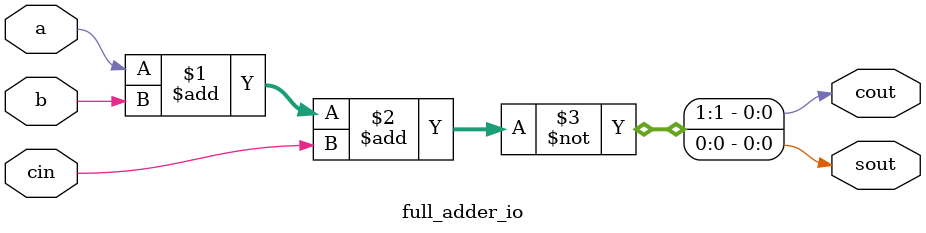
<source format=v>
module mult_module
(
    input  wire [7:0]     operand_a,
    input  wire [7:0]     operand_b,
    output wire [15:0]    result_a,
    output wire [15:0]    result_b,
    output wire [16:0]    result_final

);

    wire                  p_0_0;
    wire                  p_0_1;
    wire                  p_0_2;
    wire                  p_0_3;
    wire                  p_0_4;
    wire                  p_0_5;
    wire                  p_0_6;
    wire                  p_0_7;
    wire                  p_1_0;
    wire                  p_1_1;
    wire                  p_1_2;
    wire                  p_1_3;
    wire                  p_1_4;
    wire                  p_1_5;
    wire                  p_1_6;
    wire                  p_1_7;
    wire                  p_2_0;
    wire                  p_2_1;
    wire                  p_2_2;
    wire                  p_2_3;
    wire                  p_2_4;
    wire                  p_2_5;
    wire                  p_2_6;
    wire                  p_2_7;
    wire                  p_3_0;
    wire                  p_3_1;
    wire                  p_3_2;
    wire                  p_3_3;
    wire                  p_3_4;
    wire                  p_3_5;
    wire                  p_3_6;
    wire                  p_3_7;
    wire                  p_4_0;
    wire                  p_4_1;
    wire                  p_4_2;
    wire                  p_4_3;
    wire                  p_4_4;
    wire                  p_4_5;
    wire                  p_4_6;
    wire                  p_4_7;
    wire                  p_5_0;
    wire                  p_5_1;
    wire                  p_5_2;
    wire                  p_5_3;
    wire                  p_5_4;
    wire                  p_5_5;
    wire                  p_5_6;
    wire                  p_5_7;
    wire                  p_6_0;
    wire                  p_6_1;
    wire                  p_6_2;
    wire                  p_6_3;
    wire                  p_6_4;
    wire                  p_6_5;
    wire                  p_6_6;
    wire                  p_6_7;
    wire                  p_7_0;
    wire                  p_7_1;
    wire                  p_7_2;
    wire                  p_7_3;
    wire                  p_7_4;
    wire                  p_7_5;
    wire                  p_7_6;
    wire                  p_7_7;
    wire                  fadder_io_st0_col6_0_sout;
    wire                  fadder_io_st0_col6_0_carry;
    wire                  fadder_io_st0_col7_0_sout;
    wire                  fadder_io_st0_col7_0_carry;
    wire                  fadder_io_st0_col7_1_sout;
    wire                  fadder_io_st0_col7_1_carry;
    wire                  fadder_io_st0_col8_0_sout;
    wire                  fadder_io_st0_col8_0_carry;
    wire                  fadder_io_st0_col8_1_sout;
    wire                  fadder_io_st0_col8_1_carry;
    wire                  fadder_io_st0_col9_0_sout;
    wire                  fadder_io_st0_col9_0_carry;
    wire                  fadder_io_st1_col4_0_sout;
    wire                  fadder_io_st1_col4_0_carry;
    wire                  fadder_io_st1_col5_0_sout;
    wire                  fadder_io_st1_col5_0_carry;
    wire                  fadder_io_st1_col5_1_sout;
    wire                  fadder_io_st1_col5_1_carry;
    wire                  fadder_io_st1_col6_0_sout;
    wire                  fadder_io_st1_col6_0_carry;
    wire                  fadder_io_st0_col6_0_sout_inv;
    wire                  fadder_io_st1_col6_1_sout;
    wire                  fadder_io_st1_col6_1_carry;
    wire                  fadder_io_st1_col7_0_sout;
    wire                  fadder_io_st1_col7_0_carry;
    wire                  fadder_st1_col7_0_sout;
    wire                  fadder_st1_col7_0_carry;
    wire                  fadder_io_st0_col7_0_carry_inv;
    wire                  fadder_io_st1_col8_0_sout;
    wire                  fadder_io_st1_col8_0_carry;
    wire                  fadder_st1_col8_0_sout;
    wire                  fadder_st1_col8_0_carry;
    wire                  fadder_io_st1_col9_0_sout;
    wire                  fadder_io_st1_col9_0_carry;
    wire                  fadder_st1_col9_0_sout;
    wire                  fadder_st1_col9_0_carry;
    wire                  fadder_io_st1_col10_0_sout;
    wire                  fadder_io_st1_col10_0_carry;
    wire                  fadder_io_st0_col9_0_carry_inv;
    wire                  fadder_io_st1_col10_1_sout;
    wire                  fadder_io_st1_col10_1_carry;
    wire                  fadder_io_st1_col11_0_sout;
    wire                  fadder_io_st1_col11_0_carry;
    wire                  fadder_st2_col3_0_sout;
    wire                  fadder_st2_col3_0_carry;
    wire                  fadder_st2_col4_0_sout;
    wire                  fadder_st2_col4_0_carry;
    wire                  p_5_0_inv;
    wire                  fadder_io_st2_col5_0_sout;
    wire                  fadder_io_st2_col5_0_carry;
    wire                  fadder_io_st2_col6_0_sout;
    wire                  fadder_io_st2_col6_0_carry;
    wire                  fadder_io_st2_col7_0_sout;
    wire                  fadder_io_st2_col7_0_carry;
    wire                  fadder_io_st2_col8_0_sout;
    wire                  fadder_io_st2_col8_0_carry;
    wire                  fadder_io_st2_col9_0_sout;
    wire                  fadder_io_st2_col9_0_carry;
    wire                  fadder_io_st2_col10_0_sout;
    wire                  fadder_io_st2_col10_0_carry;
    wire                  p_7_4_inv;
    wire                  fadder_io_st2_col11_0_sout;
    wire                  fadder_io_st2_col11_0_carry;
    wire                  fadder_st2_col12_0_sout;
    wire                  fadder_st2_col12_0_carry;
    wire                  fadder_io_st3_col2_0_sout;
    wire                  fadder_io_st3_col2_0_carry;
    wire                  fadder_io_st3_col3_0_sout;
    wire                  fadder_io_st3_col3_0_carry;
    wire                  fadder_io_st1_col4_0_sout_inv;
    wire                  fadder_io_st3_col4_0_sout;
    wire                  fadder_io_st3_col4_0_carry;
    wire                  fadder_io_st1_col5_1_sout_inv;
    wire                  fadder_io_st3_col5_0_sout;
    wire                  fadder_io_st3_col5_0_carry;
    wire                  fadder_io_st1_col6_1_sout_inv;
    wire                  fadder_io_st3_col6_0_sout;
    wire                  fadder_io_st3_col6_0_carry;
    wire                  fadder_io_st1_col6_1_carry_inv;
    wire                  fadder_io_st3_col7_0_sout;
    wire                  fadder_io_st3_col7_0_carry;
    wire                  fadder_io_st1_col8_0_sout_inv;
    wire                  fadder_io_st3_col8_0_sout;
    wire                  fadder_io_st3_col8_0_carry;
    wire                  fadder_io_st1_col8_0_carry_inv;
    wire                  fadder_io_st3_col9_0_sout;
    wire                  fadder_io_st3_col9_0_carry;
    wire                  fadder_io_st1_col10_1_sout_inv;
    wire                  fadder_io_st3_col10_0_sout;
    wire                  fadder_io_st3_col10_0_carry;
    wire                  fadder_io_st1_col10_1_carry_inv;
    wire                  fadder_io_st3_col11_0_sout;
    wire                  fadder_io_st3_col11_0_carry;
    wire                  fadder_io_st1_col11_0_carry_inv;
    wire                  fadder_io_st3_col12_0_sout;
    wire                  fadder_io_st3_col12_0_carry;
    wire                  fadder_io_st3_col13_0_sout;
    wire                  fadder_io_st3_col13_0_carry;

    assign fadder_io_st0_col6_0_sout_inv = ~fadder_io_st0_col6_0_sout;
    assign fadder_io_st0_col7_0_carry_inv = ~fadder_io_st0_col7_0_carry;
    assign fadder_io_st0_col9_0_carry_inv = ~fadder_io_st0_col9_0_carry;
    assign p_5_0_inv = ~p_5_0;
    assign p_7_4_inv = ~p_7_4;
    assign fadder_io_st1_col4_0_sout_inv = ~fadder_io_st1_col4_0_sout;
    assign fadder_io_st1_col5_1_sout_inv = ~fadder_io_st1_col5_1_sout;
    assign fadder_io_st1_col6_1_sout_inv = ~fadder_io_st1_col6_1_sout;
    assign fadder_io_st1_col6_1_carry_inv = ~fadder_io_st1_col6_1_carry;
    assign fadder_io_st1_col8_0_sout_inv = ~fadder_io_st1_col8_0_sout;
    assign fadder_io_st1_col8_0_carry_inv = ~fadder_io_st1_col8_0_carry;
    assign fadder_io_st1_col10_1_sout_inv = ~fadder_io_st1_col10_1_sout;
    assign fadder_io_st1_col10_1_carry_inv = ~fadder_io_st1_col10_1_carry;
    assign fadder_io_st1_col11_0_carry_inv = ~fadder_io_st1_col11_0_carry;
    assign p_0_0 = ~(operand_a[0] & operand_b[0]);
    assign p_0_1 = ~(operand_a[0] & operand_b[1]);
    assign p_0_2 = ~(operand_a[0] & operand_b[2]);
    assign p_0_3 = ~(operand_a[0] & operand_b[3]);
    assign p_0_4 = ~(operand_a[0] & operand_b[4]);
    assign p_0_5 = ~(operand_a[0] & operand_b[5]);
    assign p_0_6 = ~(operand_a[0] & operand_b[6]);
    assign p_0_7 = ~operand_a[0];
    assign p_1_0 = ~(operand_a[1] & operand_b[0]);
    assign p_1_1 = ~(operand_a[1] & operand_b[1]);
    assign p_1_2 = ~(operand_a[1] & operand_b[2]);
    assign p_1_3 = ~(operand_a[1] & operand_b[3]);
    assign p_1_4 = ~(operand_a[1] & operand_b[4]);
    assign p_1_5 = ~(operand_a[1] & operand_b[5]);
    assign p_1_6 = ~(operand_a[1] & operand_b[6]);
    assign p_1_7 = ~operand_a[1];
    assign p_2_0 = ~(operand_a[2] & operand_b[0]);
    assign p_2_1 = ~(operand_a[2] & operand_b[1]);
    assign p_2_2 = ~(operand_a[2] & operand_b[2]);
    assign p_2_3 = ~(operand_a[2] & operand_b[3]);
    assign p_2_4 = ~(operand_a[2] & operand_b[4]);
    assign p_2_5 = ~(operand_a[2] & operand_b[5]);
    assign p_2_6 = ~(operand_a[2] & operand_b[6]);
    assign p_2_7 = ~operand_a[2];
    assign p_3_0 = ~(operand_a[3] & operand_b[0]);
    assign p_3_1 = ~(operand_a[3] & operand_b[1]);
    assign p_3_2 = ~(operand_a[3] & operand_b[2]);
    assign p_3_3 = ~(operand_a[3] & operand_b[3]);
    assign p_3_4 = ~(operand_a[3] & operand_b[4]);
    assign p_3_5 = ~(operand_a[3] & operand_b[5]);
    assign p_3_6 = ~(operand_a[3] & operand_b[6]);
    assign p_3_7 = ~operand_a[3];
    assign p_4_0 = ~(operand_a[4] & operand_b[0]);
    assign p_4_1 = ~(operand_a[4] & operand_b[1]);
    assign p_4_2 = ~(operand_a[4] & operand_b[2]);
    assign p_4_3 = ~(operand_a[4] & operand_b[3]);
    assign p_4_4 = ~(operand_a[4] & operand_b[4]);
    assign p_4_5 = ~(operand_a[4] & operand_b[5]);
    assign p_4_6 = ~(operand_a[4] & operand_b[6]);
    assign p_4_7 = ~operand_a[4];
    assign p_5_0 = ~(operand_a[5] & operand_b[0]);
    assign p_5_1 = ~(operand_a[5] & operand_b[1]);
    assign p_5_2 = ~(operand_a[5] & operand_b[2]);
    assign p_5_3 = ~(operand_a[5] & operand_b[3]);
    assign p_5_4 = ~(operand_a[5] & operand_b[4]);
    assign p_5_5 = ~(operand_a[5] & operand_b[5]);
    assign p_5_6 = ~(operand_a[5] & operand_b[6]);
    assign p_5_7 = ~operand_a[5];
    assign p_6_0 = ~(operand_a[6] & operand_b[0]);
    assign p_6_1 = ~(operand_a[6] & operand_b[1]);
    assign p_6_2 = ~(operand_a[6] & operand_b[2]);
    assign p_6_3 = ~(operand_a[6] & operand_b[3]);
    assign p_6_4 = ~(operand_a[6] & operand_b[4]);
    assign p_6_5 = ~(operand_a[6] & operand_b[5]);
    assign p_6_6 = ~(operand_a[6] & operand_b[6]);
    assign p_6_7 = ~operand_a[6];
    assign p_7_0 = ~operand_b[0];
    assign p_7_1 = ~operand_b[1];
    assign p_7_2 = ~operand_b[2];
    assign p_7_3 = ~operand_b[3];
    assign p_7_4 = ~operand_b[4];
    assign p_7_5 = ~operand_b[5];
    assign p_7_6 = ~operand_b[6];
    assign p_7_7 = ~1'b1;

    full_adder fadder_st1_col7_0(.a(fadder_io_st0_col6_0_carry), .b(fadder_io_st0_col7_0_sout), .cin(fadder_io_st0_col7_1_sout), .sout(fadder_st1_col7_0_sout), .cout(fadder_st1_col7_0_carry));
    full_adder fadder_st1_col8_0(.a(fadder_io_st0_col7_1_carry), .b(fadder_io_st0_col8_0_sout), .cin(fadder_io_st0_col8_1_sout), .sout(fadder_st1_col8_0_sout), .cout(fadder_st1_col8_0_carry));
    full_adder fadder_st1_col9_0(.a(fadder_io_st0_col8_0_carry), .b(fadder_io_st0_col8_1_carry), .cin(fadder_io_st0_col9_0_sout), .sout(fadder_st1_col9_0_sout), .cout(fadder_st1_col9_0_carry));
    full_adder fadder_st2_col3_0(.a(p_0_3), .b(p_1_2), .cin(1'b1), .sout(fadder_st2_col3_0_sout), .cout(fadder_st2_col3_0_carry));
    full_adder fadder_st2_col4_0(.a(p_2_2), .b(p_3_1), .cin(p_4_0), .sout(fadder_st2_col4_0_sout), .cout(fadder_st2_col4_0_carry));
    full_adder fadder_st2_col12_0(.a(p_5_7), .b(p_6_6), .cin(p_7_5), .sout(fadder_st2_col12_0_sout), .cout(fadder_st2_col12_0_carry));
    full_adder_io fadder_io_st0_col6_0(.a(p_0_6), .b(p_1_5), .cin(1'b1), .sout(fadder_io_st0_col6_0_sout), .cout(fadder_io_st0_col6_0_carry));
    full_adder_io fadder_io_st0_col7_0(.a(p_0_7), .b(p_1_6), .cin(p_2_5), .sout(fadder_io_st0_col7_0_sout), .cout(fadder_io_st0_col7_0_carry));
    full_adder_io fadder_io_st0_col7_1(.a(p_3_4), .b(p_4_3), .cin(1'b1), .sout(fadder_io_st0_col7_1_sout), .cout(fadder_io_st0_col7_1_carry));
    full_adder_io fadder_io_st0_col8_0(.a(p_1_7), .b(p_2_6), .cin(p_3_5), .sout(fadder_io_st0_col8_0_sout), .cout(fadder_io_st0_col8_0_carry));
    full_adder_io fadder_io_st0_col8_1(.a(p_4_4), .b(p_5_3), .cin(1'b1), .sout(fadder_io_st0_col8_1_sout), .cout(fadder_io_st0_col8_1_carry));
    full_adder_io fadder_io_st0_col9_0(.a(p_2_7), .b(p_3_6), .cin(p_4_5), .sout(fadder_io_st0_col9_0_sout), .cout(fadder_io_st0_col9_0_carry));
    full_adder_io fadder_io_st1_col4_0(.a(p_0_4), .b(p_1_3), .cin(1'b1), .sout(fadder_io_st1_col4_0_sout), .cout(fadder_io_st1_col4_0_carry));
    full_adder_io fadder_io_st1_col5_0(.a(p_0_5), .b(p_1_4), .cin(p_2_3), .sout(fadder_io_st1_col5_0_sout), .cout(fadder_io_st1_col5_0_carry));
    full_adder_io fadder_io_st1_col5_1(.a(p_3_2), .b(p_4_1), .cin(1'b1), .sout(fadder_io_st1_col5_1_sout), .cout(fadder_io_st1_col5_1_carry));
    full_adder_io fadder_io_st1_col6_0(.a(p_2_4), .b(p_3_3), .cin(p_4_2), .sout(fadder_io_st1_col6_0_sout), .cout(fadder_io_st1_col6_0_carry));
    full_adder_io fadder_io_st1_col6_1(.a(p_5_1), .b(p_6_0), .cin(fadder_io_st0_col6_0_sout_inv), .sout(fadder_io_st1_col6_1_sout), .cout(fadder_io_st1_col6_1_carry));
    full_adder_io fadder_io_st1_col7_0(.a(p_5_2), .b(p_6_1), .cin(p_7_0), .sout(fadder_io_st1_col7_0_sout), .cout(fadder_io_st1_col7_0_carry));
    full_adder_io fadder_io_st1_col8_0(.a(p_6_2), .b(p_7_1), .cin(fadder_io_st0_col7_0_carry_inv), .sout(fadder_io_st1_col8_0_sout), .cout(fadder_io_st1_col8_0_carry));
    full_adder_io fadder_io_st1_col9_0(.a(p_5_4), .b(p_6_3), .cin(p_7_2), .sout(fadder_io_st1_col9_0_sout), .cout(fadder_io_st1_col9_0_carry));
    full_adder_io fadder_io_st1_col10_0(.a(p_3_7), .b(p_4_6), .cin(p_5_5), .sout(fadder_io_st1_col10_0_sout), .cout(fadder_io_st1_col10_0_carry));
    full_adder_io fadder_io_st1_col10_1(.a(p_6_4), .b(p_7_3), .cin(fadder_io_st0_col9_0_carry_inv), .sout(fadder_io_st1_col10_1_sout), .cout(fadder_io_st1_col10_1_carry));
    full_adder_io fadder_io_st1_col11_0(.a(p_4_7), .b(p_5_6), .cin(p_6_5), .sout(fadder_io_st1_col11_0_sout), .cout(fadder_io_st1_col11_0_carry));
    full_adder_io fadder_io_st2_col5_0(.a(p_5_0_inv), .b(fadder_io_st1_col4_0_carry), .cin(fadder_io_st1_col5_0_sout), .sout(fadder_io_st2_col5_0_sout), .cout(fadder_io_st2_col5_0_carry));
    full_adder_io fadder_io_st2_col6_0(.a(fadder_io_st1_col5_0_carry), .b(fadder_io_st1_col5_1_carry), .cin(fadder_io_st1_col6_0_sout), .sout(fadder_io_st2_col6_0_sout), .cout(fadder_io_st2_col6_0_carry));
    full_adder_io fadder_io_st2_col7_0(.a(fadder_io_st1_col6_0_carry), .b(fadder_io_st1_col7_0_sout), .cin(fadder_st1_col7_0_sout), .sout(fadder_io_st2_col7_0_sout), .cout(fadder_io_st2_col7_0_carry));
    full_adder_io fadder_io_st2_col8_0(.a(fadder_io_st1_col7_0_carry), .b(fadder_st1_col7_0_carry), .cin(fadder_st1_col8_0_sout), .sout(fadder_io_st2_col8_0_sout), .cout(fadder_io_st2_col8_0_carry));
    full_adder_io fadder_io_st2_col9_0(.a(fadder_io_st1_col9_0_sout), .b(fadder_st1_col8_0_carry), .cin(fadder_st1_col9_0_sout), .sout(fadder_io_st2_col9_0_sout), .cout(fadder_io_st2_col9_0_carry));
    full_adder_io fadder_io_st2_col10_0(.a(fadder_io_st1_col9_0_carry), .b(fadder_io_st1_col10_0_sout), .cin(fadder_st1_col9_0_carry), .sout(fadder_io_st2_col10_0_sout), .cout(fadder_io_st2_col10_0_carry));
    full_adder_io fadder_io_st2_col11_0(.a(p_7_4_inv), .b(fadder_io_st1_col10_0_carry), .cin(fadder_io_st1_col11_0_sout), .sout(fadder_io_st2_col11_0_sout), .cout(fadder_io_st2_col11_0_carry));
    full_adder_io fadder_io_st3_col2_0(.a(p_0_2), .b(p_1_1), .cin(1'b1), .sout(fadder_io_st3_col2_0_sout), .cout(fadder_io_st3_col2_0_carry));
    full_adder_io fadder_io_st3_col3_0(.a(p_2_1), .b(p_3_0), .cin(fadder_st2_col3_0_sout), .sout(fadder_io_st3_col3_0_sout), .cout(fadder_io_st3_col3_0_carry));
    full_adder_io fadder_io_st3_col4_0(.a(fadder_st2_col3_0_carry), .b(fadder_st2_col4_0_sout), .cin(fadder_io_st1_col4_0_sout_inv), .sout(fadder_io_st3_col4_0_sout), .cout(fadder_io_st3_col4_0_carry));
    full_adder_io fadder_io_st3_col5_0(.a(fadder_st2_col4_0_carry), .b(fadder_io_st1_col5_1_sout_inv), .cin(fadder_io_st2_col5_0_sout), .sout(fadder_io_st3_col5_0_sout), .cout(fadder_io_st3_col5_0_carry));
    full_adder_io fadder_io_st3_col6_0(.a(fadder_io_st2_col5_0_carry), .b(fadder_io_st2_col6_0_sout), .cin(fadder_io_st1_col6_1_sout_inv), .sout(fadder_io_st3_col6_0_sout), .cout(fadder_io_st3_col6_0_carry));
    full_adder_io fadder_io_st3_col7_0(.a(fadder_io_st2_col6_0_carry), .b(fadder_io_st2_col7_0_sout), .cin(fadder_io_st1_col6_1_carry_inv), .sout(fadder_io_st3_col7_0_sout), .cout(fadder_io_st3_col7_0_carry));
    full_adder_io fadder_io_st3_col8_0(.a(fadder_io_st2_col7_0_carry), .b(fadder_io_st2_col8_0_sout), .cin(fadder_io_st1_col8_0_sout_inv), .sout(fadder_io_st3_col8_0_sout), .cout(fadder_io_st3_col8_0_carry));
    full_adder_io fadder_io_st3_col9_0(.a(fadder_io_st2_col8_0_carry), .b(fadder_io_st2_col9_0_sout), .cin(fadder_io_st1_col8_0_carry_inv), .sout(fadder_io_st3_col9_0_sout), .cout(fadder_io_st3_col9_0_carry));
    full_adder_io fadder_io_st3_col10_0(.a(fadder_io_st2_col9_0_carry), .b(fadder_io_st2_col10_0_sout), .cin(fadder_io_st1_col10_1_sout_inv), .sout(fadder_io_st3_col10_0_sout), .cout(fadder_io_st3_col10_0_carry));
    full_adder_io fadder_io_st3_col11_0(.a(fadder_io_st2_col11_0_sout), .b(fadder_io_st2_col10_0_carry), .cin(fadder_io_st1_col10_1_carry_inv), .sout(fadder_io_st3_col11_0_sout), .cout(fadder_io_st3_col11_0_carry));
    full_adder_io fadder_io_st3_col12_0(.a(fadder_st2_col12_0_sout), .b(fadder_io_st1_col11_0_carry_inv), .cin(fadder_io_st2_col11_0_carry), .sout(fadder_io_st3_col12_0_sout), .cout(fadder_io_st3_col12_0_carry));
    full_adder_io fadder_io_st3_col13_0(.a(p_6_7), .b(p_7_6), .cin(fadder_st2_col12_0_carry), .sout(fadder_io_st3_col13_0_sout), .cout(fadder_io_st3_col13_0_carry));

    assign result_a[0] = ~p_0_0;
    assign result_a[1] = ~p_0_1;
    assign result_a[2] = ~p_2_0;
    assign result_a[3] = fadder_io_st3_col2_0_carry;
    assign result_a[4] = fadder_io_st3_col3_0_carry;
    assign result_a[5] = fadder_io_st3_col4_0_carry;
    assign result_a[6] = fadder_io_st3_col5_0_carry;
    assign result_a[7] = fadder_io_st3_col6_0_carry;
    assign result_a[8] = fadder_io_st3_col7_0_carry;
    assign result_a[9] = fadder_io_st3_col8_0_carry;
    assign result_a[10] = fadder_io_st3_col9_0_carry;
    assign result_a[11] = fadder_io_st3_col10_0_carry;
    assign result_a[12] = fadder_io_st3_col12_0_sout;
    assign result_a[13] = fadder_io_st3_col13_0_sout;
    assign result_a[14] = ~p_7_7;
    assign result_a[15] = 1'b0;

    assign result_b[0] = 1'b0;
    assign result_b[1] = ~p_1_0;
    assign result_b[2] = fadder_io_st3_col2_0_sout;
    assign result_b[3] = fadder_io_st3_col3_0_sout;
    assign result_b[4] = fadder_io_st3_col4_0_sout;
    assign result_b[5] = fadder_io_st3_col5_0_sout;
    assign result_b[6] = fadder_io_st3_col6_0_sout;
    assign result_b[7] = fadder_io_st3_col7_0_sout;
    assign result_b[8] = fadder_io_st3_col8_0_sout;
    assign result_b[9] = fadder_io_st3_col9_0_sout;
    assign result_b[10] = fadder_io_st3_col10_0_sout;
    assign result_b[11] = fadder_io_st3_col11_0_sout;
    assign result_b[12] = fadder_io_st3_col11_0_carry;
    assign result_b[13] = fadder_io_st3_col12_0_carry;
    assign result_b[14] = fadder_io_st3_col13_0_carry;
    assign result_b[15] = 1'b0;

/* PATH LENGTHS:

    p_0_1                           0
    p_1_0                           0
    fadder_io_st3_col2_0_sout       1
    p_2_0                           0
    fadder_io_st3_col2_0_carry      1
    fadder_io_st3_col3_0_sout       2
    fadder_io_st3_col3_0_carry      2
    fadder_io_st3_col4_0_sout       3
    fadder_io_st3_col4_0_carry      3
    fadder_io_st3_col5_0_sout       3
    fadder_io_st3_col5_0_carry      3
    fadder_io_st3_col6_0_sout       5
    fadder_io_st3_col6_0_carry      5
    fadder_io_st3_col7_0_sout       5
    fadder_io_st3_col7_0_carry      5
    fadder_io_st3_col8_0_sout       5
    fadder_io_st3_col8_0_carry      5
    fadder_io_st3_col9_0_sout       5
    fadder_io_st3_col9_0_carry      5
    fadder_io_st3_col10_0_sout      5
    fadder_io_st3_col10_0_carry     5
    fadder_io_st3_col11_0_sout      5
    fadder_io_st3_col11_0_carry     5
    fadder_io_st3_col12_0_sout      3
    fadder_io_st3_col12_0_carry     3
    fadder_io_st3_col13_0_sout      2
    fadder_io_st3_col13_0_carry     2
    p_7_7                           0

*/
    assign result_final =result_a +result_b ;


endmodule



module full_adder(
    input  a,
    input  b,
    input  cin,
    output cout,
    output sout
);
    assign {cout, sout} = a + b + cin;
endmodule


module full_adder_io(
    input  a,
    input  b,
    input  cin,
    output cout,
    output sout
);
    assign {cout, sout} = ~(a + b + cin);
endmodule

</source>
